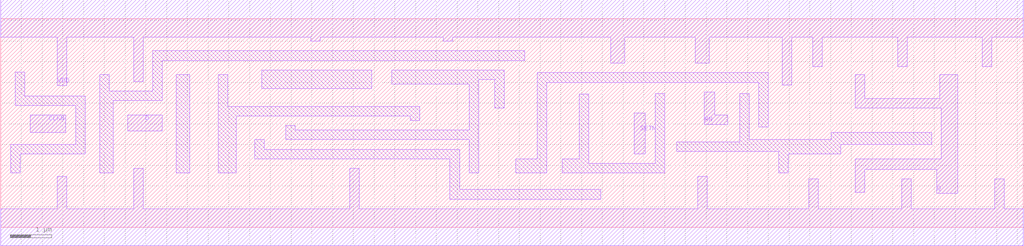
<source format=lef>
# Copyright 2022 GlobalFoundries PDK Authors
#
# Licensed under the Apache License, Version 2.0 (the "License");
# you may not use this file except in compliance with the License.
# You may obtain a copy of the License at
#
#      http://www.apache.org/licenses/LICENSE-2.0
#
# Unless required by applicable law or agreed to in writing, software
# distributed under the License is distributed on an "AS IS" BASIS,
# WITHOUT WARRANTIES OR CONDITIONS OF ANY KIND, either express or implied.
# See the License for the specific language governing permissions and
# limitations under the License.

MACRO gf180mcu_fd_sc_mcu9t5v0__dffnrsnq_4
  CLASS core ;
  FOREIGN gf180mcu_fd_sc_mcu9t5v0__dffnrsnq_4 0.0 0.0 ;
  ORIGIN 0 0 ;
  SYMMETRY X Y ;
  SITE GF018hv5v_green_sc9 ;
  SIZE 24.64 BY 5.04 ;
  PIN D
    DIRECTION INPUT ;
    ANTENNAGATEAREA 0.854 ;
    PORT
      LAYER Metal1 ;
        POLYGON 3.055 2.33 3.89 2.33 3.89 2.71 3.055 2.71  ;
    END
  END D
  PIN RN
    DIRECTION INPUT ;
    ANTENNAGATEAREA 2.018 ;
    PORT
      LAYER Metal1 ;
        POLYGON 16.95 2.48 17.515 2.48 17.515 2.71 17.21 2.71 17.21 3.27 16.95 3.27  ;
    END
  END RN
  PIN SETN
    DIRECTION INPUT ;
    ANTENNAGATEAREA 2.018 ;
    PORT
      LAYER Metal1 ;
        POLYGON 15.27 1.77 15.53 1.77 15.53 2.765 15.27 2.765  ;
    END
  END SETN
  PIN CLKN
    DIRECTION INPUT ;
    USE clock ;
    ANTENNAGATEAREA 1.164 ;
    PORT
      LAYER Metal1 ;
        POLYGON 0.71 2.295 1.57 2.295 1.57 2.71 0.71 2.71  ;
    END
  END CLKN
  PIN Q
    DIRECTION OUTPUT ;
    ANTENNADIFFAREA 3.276 ;
    PORT
      LAYER Metal1 ;
        POLYGON 20.59 2.875 22.435 2.875 22.665 2.875 22.665 1.655 20.59 1.655 20.59 0.845 20.82 0.845 20.82 1.395 22.55 1.395 22.55 0.815 23.06 0.815 23.06 3.685 22.63 3.685 22.63 3.105 22.435 3.105 20.82 3.105 20.82 3.685 20.59 3.685  ;
    END
  END Q
  PIN VDD
    DIRECTION INOUT ;
    USE power ;
    SHAPE ABUTMENT ;
    PORT
      LAYER Metal1 ;
        POLYGON 0 4.59 1.365 4.59 1.365 3.425 1.595 3.425 1.595 4.59 2.035 4.59 3.205 4.59 3.205 3.515 3.435 3.515 3.435 4.59 7.465 4.59 7.465 4.49 7.695 4.49 7.695 4.59 10.665 4.59 10.665 4.49 10.895 4.49 10.895 4.59 12.63 4.59 14.695 4.59 14.695 3.96 15.035 3.96 15.035 4.59 16.735 4.59 16.735 3.96 17.075 3.96 17.075 4.59 18.5 4.59 18.83 4.59 18.83 3.435 19.06 3.435 19.06 4.59 19.57 4.59 19.57 3.875 19.8 3.875 19.8 4.59 21.61 4.59 21.61 3.875 21.84 3.875 21.84 4.59 22.435 4.59 23.65 4.59 23.65 3.875 23.88 3.875 23.88 4.59 24.64 4.59 24.64 5.49 22.435 5.49 18.5 5.49 12.63 5.49 2.035 5.49 0 5.49  ;
    END
  END VDD
  PIN VSS
    DIRECTION INOUT ;
    USE ground ;
    SHAPE ABUTMENT ;
    PORT
      LAYER Metal1 ;
        POLYGON 0 -0.45 24.64 -0.45 24.64 0.45 24.18 0.45 24.18 1.165 23.95 1.165 23.95 0.45 21.94 0.45 21.94 1.165 21.71 1.165 21.71 0.45 19.7 0.45 19.7 1.165 19.47 1.165 19.47 0.45 17.02 0.45 17.02 1.225 16.79 1.225 16.79 0.45 8.635 0.45 8.635 1.425 8.405 1.425 8.405 0.45 3.435 0.45 3.435 1.425 3.205 1.425 3.205 0.45 1.595 0.45 1.595 1.225 1.365 1.225 1.365 0.45 0 0.45  ;
    END
  END VSS
  OBS
      LAYER Metal1 ;
        POLYGON 0.345 2.94 1.805 2.94 1.805 2.005 0.245 2.005 0.245 1.315 0.475 1.315 0.475 1.775 2.035 1.775 2.035 3.17 0.575 3.17 0.575 3.75 0.345 3.75  ;
        POLYGON 4.225 1.315 4.555 1.315 4.555 3.685 4.225 3.685  ;
        POLYGON 6.285 3.35 8.935 3.35 8.935 3.8 6.285 3.8  ;
        POLYGON 5.245 1.315 5.675 1.315 5.675 2.685 9.865 2.685 9.865 2.575 10.095 2.575 10.095 2.915 5.475 2.915 5.475 3.685 5.245 3.685  ;
        POLYGON 9.425 3.46 11.285 3.46 11.285 2.345 7.095 2.345 7.095 2.455 6.865 2.455 6.865 2.115 11.285 2.115 11.285 1.315 11.515 1.315 11.515 3.57 11.905 3.57 11.905 2.875 12.135 2.875 12.135 3.8 9.425 3.8  ;
        POLYGON 2.385 1.315 2.715 1.315 2.715 3.055 3.895 3.055 3.895 4.03 12.63 4.03 12.63 4.26 3.665 4.26 3.665 3.285 2.615 3.285 2.615 3.685 2.385 3.685  ;
        POLYGON 6.125 1.655 10.825 1.655 10.825 0.68 14.455 0.68 14.455 0.91 11.055 0.91 11.055 1.885 6.355 1.885 6.355 2.115 6.125 2.115  ;
        POLYGON 13.525 1.31 16 1.31 16 3.225 15.77 3.225 15.77 1.54 14.175 1.54 14.175 3.215 13.945 3.215 13.945 1.655 13.525 1.655  ;
        POLYGON 12.405 1.315 13.155 1.315 13.155 3.5 18.27 3.5 18.27 2.425 18.5 2.425 18.5 3.73 12.925 3.73 12.925 1.655 12.405 1.655  ;
        POLYGON 16.295 1.83 18.75 1.83 18.75 1.315 18.98 1.315 18.98 1.775 20.24 1.775 20.24 2.005 22.435 2.005 22.435 2.29 20.01 2.29 20.01 2.115 18.04 2.115 18.04 3.225 17.81 3.225 17.81 2.06 16.295 2.06  ;
  END
END gf180mcu_fd_sc_mcu9t5v0__dffnrsnq_4

</source>
